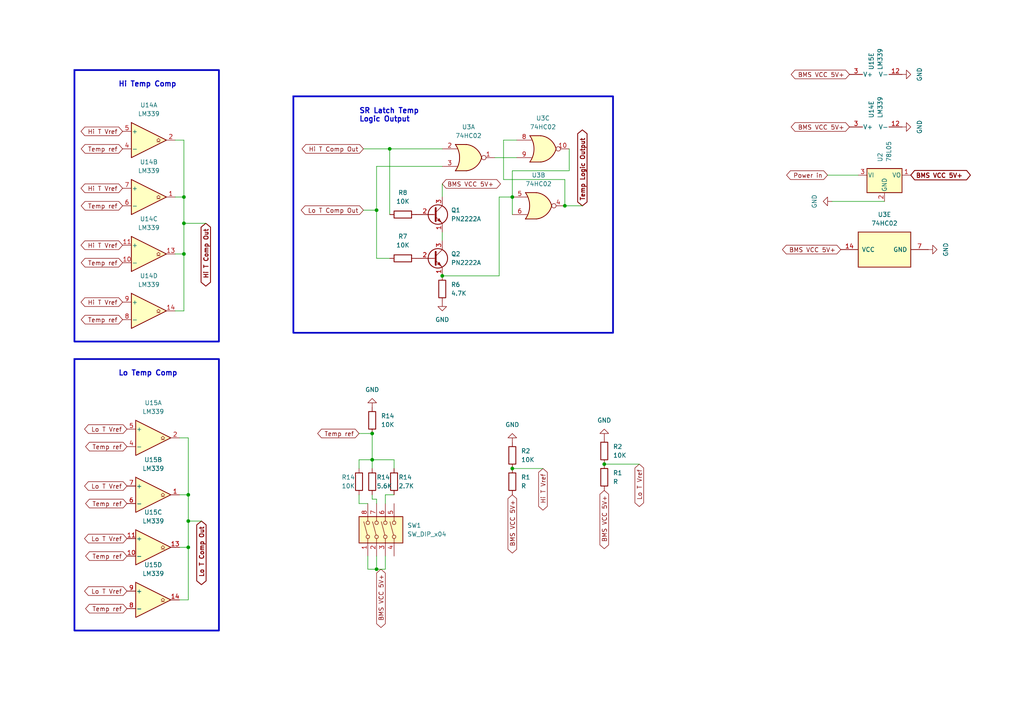
<source format=kicad_sch>
(kicad_sch (version 20230121) (generator eeschema)
  (paper "A4")
  (lib_symbols
    (symbol "74xx:74HC02" (pin_names (offset 1.016))
      (property "Reference" "U" (at 0 1.27 0))
      (property "Value" "74HC02" (at 0 -1.27 0))
      (symbol "74HC02_1_1"
        (arc (start -3.81 -3.81) (mid -2.589 0) (end -3.81 3.81) (stroke (width 0.254)))
        (arc (start -0.6096 -3.81) (mid 2.1842 -2.5851) (end 3.81 0) (stroke (width 0.254)) (fill (type background)))
        (polyline (pts (xy -3.81 -3.81) (xy -0.635 -3.81)) (stroke (width 0.254)) (fill (type background)))
        (polyline (pts (xy -3.81 3.81) (xy -0.635 3.81)) (stroke (width 0.254)) (fill (type background)))
        (polyline (pts (xy -0.635 3.81) (xy -3.81 3.81) (xy -3.81 3.81) (xy -3.556 3.4036) (xy -3.0226 2.2606) (xy -2.6924 1.0414) (xy -2.6162 -0.254) (xy -2.7686 -1.4986) (xy -3.175 -2.7178) (xy -3.81 -3.81) (xy -3.81 -3.81) (xy -0.635 -3.81)) (stroke (width -25.4)) (fill (type background)))
        (arc (start 3.81 0) (mid 2.1915 2.5936) (end -0.6096 3.81) (stroke (width 0.254)) (fill (type background)))
        (pin output inverted (at 7.62 0 180) (length 3.81) (name "~") (number "1"))
        (pin input line (at -7.62 2.54 0) (length 4.318) (name "~") (number "2"))
        (pin input line (at -7.62 -2.54 0) (length 4.318) (name "~") (number "3"))
      )
      (symbol "74HC02_1_2"
        (arc (start 0 -3.81) (mid 3.7934 0) (end 0 3.81) (stroke (width 0.254)) (fill (type background)))
        (polyline (pts (xy 0 3.81) (xy -3.81 3.81) (xy -3.81 -3.81) (xy 0 -3.81)) (stroke (width 0.254)) (fill (type background)))
        (pin output line (at 7.62 0 180) (length 3.81) (name "~") (number "1"))
        (pin input inverted (at -7.62 2.54 0) (length 3.81) (name "~") (number "2"))
        (pin input inverted (at -7.62 -2.54 0) (length 3.81) (name "~") (number "3"))
      )
      (symbol "74HC02_2_1"
        (arc (start -3.81 -3.81) (mid -2.589 0) (end -3.81 3.81) (stroke (width 0.254)))
        (arc (start -0.6096 -3.81) (mid 2.1842 -2.5851) (end 3.81 0) (stroke (width 0.254)) (fill (type background)))
        (polyline (pts (xy -3.81 -3.81) (xy -0.635 -3.81)) (stroke (width 0.254)) (fill (type background)))
        (polyline (pts (xy -3.81 3.81) (xy -0.635 3.81)) (stroke (width 0.254)) (fill (type background)))
        (polyline (pts (xy -0.635 3.81) (xy -3.81 3.81) (xy -3.81 3.81) (xy -3.556 3.4036) (xy -3.0226 2.2606) (xy -2.6924 1.0414) (xy -2.6162 -0.254) (xy -2.7686 -1.4986) (xy -3.175 -2.7178) (xy -3.81 -3.81) (xy -3.81 -3.81) (xy -0.635 -3.81)) (stroke (width -25.4)) (fill (type background)))
        (arc (start 3.81 0) (mid 2.1915 2.5936) (end -0.6096 3.81) (stroke (width 0.254)) (fill (type background)))
        (pin output inverted (at 7.62 0 180) (length 3.81) (name "~") (number "4"))
        (pin input line (at -7.62 2.54 0) (length 4.318) (name "~") (number "5"))
        (pin input line (at -7.62 -2.54 0) (length 4.318) (name "~") (number "6"))
      )
      (symbol "74HC02_2_2"
        (arc (start 0 -3.81) (mid 3.7934 0) (end 0 3.81) (stroke (width 0.254)) (fill (type background)))
        (polyline (pts (xy 0 3.81) (xy -3.81 3.81) (xy -3.81 -3.81) (xy 0 -3.81)) (stroke (width 0.254)) (fill (type background)))
        (pin output line (at 7.62 0 180) (length 3.81) (name "~") (number "4"))
        (pin input inverted (at -7.62 2.54 0) (length 3.81) (name "~") (number "5"))
        (pin input inverted (at -7.62 -2.54 0) (length 3.81) (name "~") (number "6"))
      )
      (symbol "74HC02_3_1"
        (arc (start -3.81 -3.81) (mid -2.589 0) (end -3.81 3.81) (stroke (width 0.254)))
        (arc (start -0.6096 -3.81) (mid 2.1842 -2.5851) (end 3.81 0) (stroke (width 0.254)) (fill (type background)))
        (polyline (pts (xy -3.81 -3.81) (xy -0.635 -3.81)) (stroke (width 0.254)) (fill (type background)))
        (polyline (pts (xy -3.81 3.81) (xy -0.635 3.81)) (stroke (width 0.254)) (fill (type background)))
        (polyline (pts (xy -0.635 3.81) (xy -3.81 3.81) (xy -3.81 3.81) (xy -3.556 3.4036) (xy -3.0226 2.2606) (xy -2.6924 1.0414) (xy -2.6162 -0.254) (xy -2.7686 -1.4986) (xy -3.175 -2.7178) (xy -3.81 -3.81) (xy -3.81 -3.81) (xy -0.635 -3.81)) (stroke (width -25.4)) (fill (type background)))
        (arc (start 3.81 0) (mid 2.1915 2.5936) (end -0.6096 3.81) (stroke (width 0.254)) (fill (type background)))
        (pin output inverted (at 7.62 0 180) (length 3.81) (name "~") (number "10"))
        (pin input line (at -7.62 2.54 0) (length 4.318) (name "~") (number "8"))
        (pin input line (at -7.62 -2.54 0) (length 4.318) (name "~") (number "9"))
      )
      (symbol "74HC02_3_2"
        (arc (start 0 -3.81) (mid 3.7934 0) (end 0 3.81) (stroke (width 0.254)) (fill (type background)))
        (polyline (pts (xy 0 3.81) (xy -3.81 3.81) (xy -3.81 -3.81) (xy 0 -3.81)) (stroke (width 0.254)) (fill (type background)))
        (pin output line (at 7.62 0 180) (length 3.81) (name "~") (number "10"))
        (pin input inverted (at -7.62 2.54 0) (length 3.81) (name "~") (number "8"))
        (pin input inverted (at -7.62 -2.54 0) (length 3.81) (name "~") (number "9"))
      )
      (symbol "74HC02_4_1"
        (arc (start -3.81 -3.81) (mid -2.589 0) (end -3.81 3.81) (stroke (width 0.254)))
        (arc (start -0.6096 -3.81) (mid 2.1842 -2.5851) (end 3.81 0) (stroke (width 0.254)) (fill (type background)))
        (polyline (pts (xy -3.81 -3.81) (xy -0.635 -3.81)) (stroke (width 0.254)) (fill (type background)))
        (polyline (pts (xy -3.81 3.81) (xy -0.635 3.81)) (stroke (width 0.254)) (fill (type background)))
        (polyline (pts (xy -0.635 3.81) (xy -3.81 3.81) (xy -3.81 3.81) (xy -3.556 3.4036) (xy -3.0226 2.2606) (xy -2.6924 1.0414) (xy -2.6162 -0.254) (xy -2.7686 -1.4986) (xy -3.175 -2.7178) (xy -3.81 -3.81) (xy -3.81 -3.81) (xy -0.635 -3.81)) (stroke (width -25.4)) (fill (type background)))
        (arc (start 3.81 0) (mid 2.1915 2.5936) (end -0.6096 3.81) (stroke (width 0.254)) (fill (type background)))
        (pin input line (at -7.62 2.54 0) (length 4.318) (name "~") (number "11"))
        (pin input line (at -7.62 -2.54 0) (length 4.318) (name "~") (number "12"))
        (pin output inverted (at 7.62 0 180) (length 3.81) (name "~") (number "13"))
      )
      (symbol "74HC02_4_2"
        (arc (start 0 -3.81) (mid 3.7934 0) (end 0 3.81) (stroke (width 0.254)) (fill (type background)))
        (polyline (pts (xy 0 3.81) (xy -3.81 3.81) (xy -3.81 -3.81) (xy 0 -3.81)) (stroke (width 0.254)) (fill (type background)))
        (pin input inverted (at -7.62 2.54 0) (length 3.81) (name "~") (number "11"))
        (pin input inverted (at -7.62 -2.54 0) (length 3.81) (name "~") (number "12"))
        (pin output line (at 7.62 0 180) (length 3.81) (name "~") (number "13"))
      )
      (symbol "74HC02_5_0"
        (pin power_in line (at 0 12.7 270) (length 5.08) (name "VCC") (number "14"))
        (pin power_in line (at 0 -12.7 90) (length 5.08) (name "GND") (number "7"))
      )
      (symbol "74HC02_5_1"
        (rectangle (start -5.08 7.62) (end 5.08 -7.62) (stroke (width 0.254)) (fill (type background)))
      )
    )
    (symbol "Comparator:LM339" (pin_names (offset 0.127))
      (property "Reference" "U" (at 0 5.08 0))
      (property "Value" "LM339" (at 0 -5.08 0))
      (symbol "LM339_1_1"
        (polyline (pts (xy -5.08 5.08) (xy 5.08 0) (xy -5.08 -5.08) (xy -5.08 5.08)) (stroke (width 0.254)) (fill (type background)))
        (polyline (pts (xy 3.302 -0.508) (xy 2.794 -0.508) (xy 3.302 0) (xy 2.794 0.508) (xy 2.286 0) (xy 2.794 -0.508) (xy 2.286 -0.508)) (stroke (width 0.127)))
        (pin open_collector line (at 7.62 0 180) (length 2.54) (name "~") (number "2"))
        (pin input line (at -7.62 -2.54 0) (length 2.54) (name "-") (number "4"))
        (pin input line (at -7.62 2.54 0) (length 2.54) (name "+") (number "5"))
      )
      (symbol "LM339_2_1"
        (polyline (pts (xy -5.08 5.08) (xy 5.08 0) (xy -5.08 -5.08) (xy -5.08 5.08)) (stroke (width 0.254)) (fill (type background)))
        (polyline (pts (xy 3.302 -0.508) (xy 2.794 -0.508) (xy 3.302 0) (xy 2.794 0.508) (xy 2.286 0) (xy 2.794 -0.508) (xy 2.286 -0.508)) (stroke (width 0.127)))
        (pin open_collector line (at 7.62 0 180) (length 2.54) (name "~") (number "1"))
        (pin input line (at -7.62 -2.54 0) (length 2.54) (name "-") (number "6"))
        (pin input line (at -7.62 2.54 0) (length 2.54) (name "+") (number "7"))
      )
      (symbol "LM339_3_1"
        (polyline (pts (xy -5.08 5.08) (xy 5.08 0) (xy -5.08 -5.08) (xy -5.08 5.08)) (stroke (width 0.254)) (fill (type background)))
        (polyline (pts (xy 3.302 -0.508) (xy 2.794 -0.508) (xy 3.302 0) (xy 2.794 0.508) (xy 2.286 0) (xy 2.794 -0.508) (xy 2.286 -0.508)) (stroke (width 0.127)))
        (pin input line (at -7.62 -2.54 0) (length 2.54) (name "-") (number "10"))
        (pin input line (at -7.62 2.54 0) (length 2.54) (name "+") (number "11"))
        (pin open_collector line (at 7.62 0 180) (length 2.54) (name "~") (number "13"))
      )
      (symbol "LM339_4_1"
        (polyline (pts (xy -5.08 5.08) (xy 5.08 0) (xy -5.08 -5.08) (xy -5.08 5.08)) (stroke (width 0.254)) (fill (type background)))
        (polyline (pts (xy 3.302 -0.508) (xy 2.794 -0.508) (xy 3.302 0) (xy 2.794 0.508) (xy 2.286 0) (xy 2.794 -0.508) (xy 2.286 -0.508)) (stroke (width 0.127)))
        (pin open_collector line (at 7.62 0 180) (length 2.54) (name "~") (number "14"))
        (pin input line (at -7.62 -2.54 0) (length 2.54) (name "-") (number "8"))
        (pin input line (at -7.62 2.54 0) (length 2.54) (name "+") (number "9"))
      )
      (symbol "LM339_5_1"
        (pin power_in line (at -2.54 -7.62 90) (length 3.81) (name "V-") (number "12"))
        (pin power_in line (at -2.54 7.62 270) (length 3.81) (name "V+") (number "3"))
      )
    )
    (symbol "Device:R" (pin_numbers hide) (pin_names (offset 0))
      (property "Reference" "R" (at 2.032 0 90))
      (property "Value" "R" (at 0 0 90))
      (symbol "R_0_1"
        (rectangle (start -1.016 -2.54) (end 1.016 2.54) (stroke (width 0.254)))
      )
      (symbol "R_1_1"
        (pin passive line (at 0 3.81 270) (length 1.27) (name "~") (number "1"))
        (pin passive line (at 0 -3.81 90) (length 1.27) (name "~") (number "2"))
      )
    )
    (symbol "Regulator_Linear:MC78L05_TO92" (pin_names (offset 0.254))
      (property "Reference" "U" (at -3.81 3.175 0))
      (property "Value" "MC78L05_TO92" (at 0 3.175 0))
      (symbol "MC78L05_TO92_0_1"
        (rectangle (start -5.08 -5.08) (end 5.08 1.905) (stroke (width 0.254)) (fill (type background)))
      )
      (symbol "MC78L05_TO92_1_1"
        (pin power_out line (at 7.62 0 180) (length 2.54) (name "VO") (number "1"))
        (pin power_in line (at 0 -7.62 90) (length 2.54) (name "GND") (number "2"))
        (pin power_in line (at -7.62 0 0) (length 2.54) (name "VI") (number "3"))
      )
    )
    (symbol "Switch:SW_DIP_x04" (pin_names (offset 0) hide)
      (property "Reference" "SW" (at 0 8.89 0))
      (property "Value" "SW_DIP_x04" (at 0 -6.35 0))
      (symbol "SW_DIP_x04_0_0"
        (circle (center -2.032 -2.54) (radius 0.508))
        (circle (center -2.032 0) (radius 0.508))
        (circle (center -2.032 2.54) (radius 0.508))
        (circle (center -2.032 5.08) (radius 0.508))
        (polyline (pts (xy -1.524 -2.3876) (xy 2.3622 -1.3462)))
        (polyline (pts (xy -1.524 0.127) (xy 2.3622 1.1684)))
        (polyline (pts (xy -1.524 2.667) (xy 2.3622 3.7084)))
        (polyline (pts (xy -1.524 5.207) (xy 2.3622 6.2484)))
        (circle (center 2.032 -2.54) (radius 0.508))
        (circle (center 2.032 0) (radius 0.508))
        (circle (center 2.032 2.54) (radius 0.508))
        (circle (center 2.032 5.08) (radius 0.508))
      )
      (symbol "SW_DIP_x04_0_1"
        (rectangle (start -3.81 7.62) (end 3.81 -5.08) (stroke (width 0.254)) (fill (type background)))
      )
      (symbol "SW_DIP_x04_1_1"
        (pin passive line (at -7.62 5.08 0) (length 5.08) (name "~") (number "1"))
        (pin passive line (at -7.62 2.54 0) (length 5.08) (name "~") (number "2"))
        (pin passive line (at -7.62 0 0) (length 5.08) (name "~") (number "3"))
        (pin passive line (at -7.62 -2.54 0) (length 5.08) (name "~") (number "4"))
        (pin passive line (at 7.62 -2.54 180) (length 5.08) (name "~") (number "5"))
        (pin passive line (at 7.62 0 180) (length 5.08) (name "~") (number "6"))
        (pin passive line (at 7.62 2.54 180) (length 5.08) (name "~") (number "7"))
        (pin passive line (at 7.62 5.08 180) (length 5.08) (name "~") (number "8"))
      )
    )
    (symbol "Transistor_BJT:PN2222A" (pin_names (offset 0) hide)
      (property "Reference" "Q" (at 5.08 1.905 0))
      (property "Value" "PN2222A" (at 5.08 0 0))
      (symbol "PN2222A_0_1"
        (polyline (pts (xy 0 0) (xy 0.635 0)))
        (polyline (pts (xy 2.54 -2.54) (xy 0.635 -0.635)))
        (polyline (pts (xy 2.54 2.54) (xy 0.635 0.635)))
        (polyline (pts (xy 0.635 1.905) (xy 0.635 -1.905) (xy 0.635 -1.905)) (stroke (width 0.508)))
        (polyline (pts (xy 2.413 -2.413) (xy 1.905 -1.905) (xy 1.905 -1.905)))
        (polyline (pts (xy 1.143 -1.651) (xy 1.651 -1.143) (xy 2.159 -2.159) (xy 1.143 -1.651) (xy 1.143 -1.651)) (fill (type outline)))
        (circle (center 1.27 0) (radius 2.8194) (stroke (width 0.254)))
      )
      (symbol "PN2222A_1_1"
        (pin passive line (at 2.54 -5.08 90) (length 2.54) (name "E") (number "1"))
        (pin input line (at -5.08 0 0) (length 5.08) (name "B") (number "2"))
        (pin passive line (at 2.54 5.08 270) (length 2.54) (name "C") (number "3"))
      )
    )
    (symbol "power:GND" (power) (pin_names (offset 0))
      (property "Value" "GND" (at 0 -3.81 0))
      (symbol "GND_0_1"
        (polyline (pts (xy 0 0) (xy 0 -1.27) (xy 1.27 -1.27) (xy 0 -2.54) (xy -1.27 -1.27) (xy 0 -1.27)))
      )
      (symbol "GND_1_1"
        (pin power_in line (at 0 0 270) (length 0) hide (name "GND") (number "1"))
      )
    )
  )
  (junction (at 53.34 64.77))
  (junction (at 109.22 165.1))
  (junction (at 163.83 59.69))
  (junction (at 107.95 125.73))
  (junction (at 148.59 135.89))
  (junction (at 54.61 143.51))
  (junction (at 107.95 133.35))
  (junction (at 128.27 80.01))
  (junction (at 109.22 60.96))
  (junction (at 53.34 73.66))
  (junction (at 53.34 57.15))
  (junction (at 54.61 151.13))
  (junction (at 148.59 57.15))
  (junction (at 175.26 134.62))
  (junction (at 113.03 43.18))
  (junction (at 54.61 158.75))
  (wire (pts (xy 241.3 58.42) (xy 256.54 58.42)))
  (wire (pts (xy 148.59 49.53) (xy 148.59 57.15)))
  (wire (pts (xy 107.95 144.78) (xy 109.22 144.78)))
  (wire (pts (xy 113.03 43.18) (xy 113.03 62.23)))
  (wire (pts (xy 52.07 158.75) (xy 54.61 158.75)))
  (wire (pts (xy 52.07 143.51) (xy 54.61 143.51)))
  (wire (pts (xy 54.61 151.13) (xy 54.61 143.51)))
  (wire (pts (xy 107.95 133.35) (xy 107.95 135.89)))
  (wire (pts (xy 104.14 133.35) (xy 104.14 135.89)))
  (wire (pts (xy 54.61 151.13) (xy 58.42 151.13)))
  (wire (pts (xy 54.61 143.51) (xy 54.61 127)))
  (wire (pts (xy 105.41 60.96) (xy 109.22 60.96)))
  (wire (pts (xy 107.95 133.35) (xy 104.14 133.35)))
  (wire (pts (xy 104.14 125.73) (xy 107.95 125.73)))
  (wire (pts (xy 109.22 48.26) (xy 109.22 60.96)))
  (wire (pts (xy 148.59 135.89) (xy 157.48 135.89)))
  (wire (pts (xy 144.78 80.01) (xy 128.27 80.01)))
  (wire (pts (xy 146.05 40.64) (xy 149.86 40.64)))
  (wire (pts (xy 111.76 143.51) (xy 111.76 146.05)))
  (wire (pts (xy 109.22 161.29) (xy 109.22 165.1)))
  (wire (pts (xy 109.22 165.1) (xy 111.76 165.1)))
  (wire (pts (xy 165.1 49.53) (xy 165.1 43.18)))
  (wire (pts (xy 109.22 165.1) (xy 106.68 165.1)))
  (wire (pts (xy 109.22 74.93) (xy 113.03 74.93)))
  (wire (pts (xy 50.8 57.15) (xy 53.34 57.15)))
  (wire (pts (xy 105.41 43.18) (xy 113.03 43.18)))
  (wire (pts (xy 52.07 173.99) (xy 54.61 173.99)))
  (wire (pts (xy 53.34 40.64) (xy 53.34 57.15)))
  (wire (pts (xy 50.8 90.17) (xy 53.34 90.17)))
  (wire (pts (xy 50.8 73.66) (xy 53.34 73.66)))
  (wire (pts (xy 128.27 53.34) (xy 128.27 57.15)))
  (wire (pts (xy 53.34 73.66) (xy 53.34 90.17)))
  (wire (pts (xy 53.34 64.77) (xy 53.34 73.66)))
  (wire (pts (xy 107.95 133.35) (xy 114.3 133.35)))
  (wire (pts (xy 54.61 173.99) (xy 54.61 158.75)))
  (wire (pts (xy 128.27 48.26) (xy 109.22 48.26)))
  (wire (pts (xy 146.05 52.07) (xy 146.05 40.64)))
  (wire (pts (xy 54.61 127) (xy 52.07 127)))
  (wire (pts (xy 53.34 64.77) (xy 59.69 64.77)))
  (wire (pts (xy 175.26 134.62) (xy 185.42 134.62)))
  (wire (pts (xy 163.83 59.69) (xy 168.91 59.69)))
  (wire (pts (xy 109.22 144.78) (xy 109.22 146.05)))
  (wire (pts (xy 114.3 143.51) (xy 111.76 143.51)))
  (wire (pts (xy 111.76 165.1) (xy 111.76 161.29)))
  (wire (pts (xy 113.03 43.18) (xy 128.27 43.18)))
  (wire (pts (xy 148.59 49.53) (xy 165.1 49.53)))
  (wire (pts (xy 109.22 60.96) (xy 109.22 74.93)))
  (wire (pts (xy 128.27 67.31) (xy 128.27 69.85)))
  (wire (pts (xy 104.14 146.05) (xy 104.14 143.51)))
  (wire (pts (xy 53.34 57.15) (xy 53.34 64.77)))
  (wire (pts (xy 143.51 45.72) (xy 149.86 45.72)))
  (wire (pts (xy 144.78 57.15) (xy 144.78 80.01)))
  (wire (pts (xy 50.8 40.64) (xy 53.34 40.64)))
  (wire (pts (xy 107.95 143.51) (xy 107.95 144.78)))
  (wire (pts (xy 240.03 50.8) (xy 248.92 50.8)))
  (wire (pts (xy 163.83 52.07) (xy 146.05 52.07)))
  (wire (pts (xy 106.68 161.29) (xy 106.68 165.1)))
  (wire (pts (xy 144.78 57.15) (xy 148.59 57.15)))
  (wire (pts (xy 114.3 135.89) (xy 114.3 133.35)))
  (wire (pts (xy 107.95 133.35) (xy 107.95 125.73)))
  (wire (pts (xy 106.68 146.05) (xy 104.14 146.05)))
  (wire (pts (xy 54.61 158.75) (xy 54.61 151.13)))
  (wire (pts (xy 148.59 57.15) (xy 148.59 62.23)))
  (wire (pts (xy 163.83 59.69) (xy 163.83 52.07)))
  (rectangle (start 21.59 20.32) (end 63.5 99.06) (stroke (width 0.5)))
  (rectangle (start 21.59 104.14) (end 63.5 182.88) (stroke (width 0.5)))
  (rectangle (start 85.09 27.94) (end 177.8 96.52) (stroke (width 0.5)))
  (text "SR Latch Temp \nLogic Output" (at 104.14 35.56 0) (effects (font (size 1.5 1.5) bold) (justify left bottom)))
  (text "Hi Temp Comp\n" (at 34.29 25.4 0) (effects (font (size 1.5 1.5) (thickness 0.3) bold) (justify left bottom)))
  (text "Lo Temp Comp\n" (at 34.29 109.22 0) (effects (font (size 1.5 1.5) (thickness 0.3) bold) (justify left bottom)))
  (global_label "BMS VCC 5V+" (shape bidirectional) (at 175.26 142.24 270) (property "Intersheetrefs" "${INTERSHEET_REFS}" (effects hide)))
  (global_label "Temp ref" (shape bidirectional) (at 35.56 76.2 180) (property "Intersheetrefs" "${INTERSHEET_REFS}" (effects hide)))
  (global_label "Hi T Vref" (shape bidirectional) (at 35.56 54.61 180) (property "Intersheetrefs" "${INTERSHEET_REFS}" (effects hide)))
  (global_label "Lo T Vref" (shape bidirectional) (at 36.83 124.46 180) (property "Intersheetrefs" "${INTERSHEET_REFS}" (effects hide)))
  (global_label "Lo T Vref" (shape bidirectional) (at 185.42 134.62 270) (property "Intersheetrefs" "${INTERSHEET_REFS}" (effects hide)))
  (global_label "Temp ref" (shape bidirectional) (at 36.83 176.53 180) (property "Intersheetrefs" "${INTERSHEET_REFS}" (effects hide)))
  (global_label "Temp ref" (shape bidirectional) (at 36.83 161.29 180) (property "Intersheetrefs" "${INTERSHEET_REFS}" (effects hide)))
  (global_label "Lo T Comp Out" (shape bidirectional) (at 58.42 151.13 270) (effects (font (thickness 0.254) bold)) (property "Intersheetrefs" "${INTERSHEET_REFS}" (effects hide)))
  (global_label "BMS VCC 5V+" (shape bidirectional) (at 243.84 72.39 180) (property "Intersheetrefs" "${INTERSHEET_REFS}" (effects hide)))
  (global_label "Lo T Vref" (shape bidirectional) (at 36.83 171.45 180) (property "Intersheetrefs" "${INTERSHEET_REFS}" (effects hide)))
  (global_label "BMS VCC 5V+" (shape bidirectional) (at 246.38 36.83 180) (property "Intersheetrefs" "${INTERSHEET_REFS}" (effects hide)))
  (global_label "Temp ref" (shape bidirectional) (at 35.56 43.18 180) (property "Intersheetrefs" "${INTERSHEET_REFS}" (effects hide)))
  (global_label "Hi T Comp Out" (shape bidirectional) (at 59.69 64.77 270) (effects (font (thickness 0.254) bold)) (property "Intersheetrefs" "${INTERSHEET_REFS}" (effects hide)))
  (global_label "Temp Logic Output" (shape bidirectional) (at 168.91 59.69 90) (effects (font (thickness 0.254) bold)) (property "Intersheetrefs" "${INTERSHEET_REFS}" (effects hide)))
  (global_label "Lo T Vref" (shape bidirectional) (at 36.83 156.21 180) (property "Intersheetrefs" "${INTERSHEET_REFS}" (effects hide)))
  (global_label "BMS VCC 5V+" (shape bidirectional) (at 246.38 21.59 180) (property "Intersheetrefs" "${INTERSHEET_REFS}" (effects hide)))
  (global_label "Hi T Comp Out" (shape bidirectional) (at 105.41 43.18 180) (property "Intersheetrefs" "${INTERSHEET_REFS}" (effects hide)))
  (global_label "BMS VCC 5V+" (shape bidirectional) (at 128.27 53.34 0) (property "Intersheetrefs" "${INTERSHEET_REFS}" (effects hide)))
  (global_label "Lo T Vref" (shape bidirectional) (at 36.83 140.97 180) (property "Intersheetrefs" "${INTERSHEET_REFS}" (effects hide)))
  (global_label "Temp ref" (shape bidirectional) (at 36.83 146.05 180) (property "Intersheetrefs" "${INTERSHEET_REFS}" (effects hide)))
  (global_label "Hi T Vref" (shape bidirectional) (at 35.56 38.1 180) (property "Intersheetrefs" "${INTERSHEET_REFS}" (effects hide)))
  (global_label "BMS VCC 5V+" (shape bidirectional) (at 148.59 143.51 270) (property "Intersheetrefs" "${INTERSHEET_REFS}" (effects hide)))
  (global_label "Temp ref" (shape bidirectional) (at 36.83 129.54 180) (property "Intersheetrefs" "${INTERSHEET_REFS}" (effects hide)))
  (global_label "Hi T Vref" (shape bidirectional) (at 35.56 87.63 180) (property "Intersheetrefs" "${INTERSHEET_REFS}" (effects hide)))
  (global_label "Hi T Vref" (shape bidirectional) (at 157.48 135.89 270) (property "Intersheetrefs" "${INTERSHEET_REFS}" (effects hide)))
  (global_label "Hi T Vref" (shape bidirectional) (at 35.56 71.12 180) (property "Intersheetrefs" "${INTERSHEET_REFS}" (effects hide)))
  (global_label "BMS VCC 5V+" (shape bidirectional) (at 264.16 50.8 0) (effects (font (thickness 0.254) bold)) (property "Intersheetrefs" "${INTERSHEET_REFS}" (effects hide)))
  (global_label "Temp ref" (shape bidirectional) (at 35.56 59.69 180) (property "Intersheetrefs" "${INTERSHEET_REFS}" (effects hide)))
  (global_label "Power in" (shape bidirectional) (at 240.03 50.8 180) (property "Intersheetrefs" "${INTERSHEET_REFS}" (effects hide)))
  (global_label "Lo T Comp Out" (shape bidirectional) (at 105.41 60.96 180) (property "Intersheetrefs" "${INTERSHEET_REFS}" (effects hide)))
  (global_label "Temp ref" (shape bidirectional) (at 104.14 125.73 180) (property "Intersheetrefs" "${INTERSHEET_REFS}" (effects hide)))
  (global_label "Temp ref" (shape bidirectional) (at 35.56 92.71 180) (property "Intersheetrefs" "${INTERSHEET_REFS}" (effects hide)))
  (global_label "BMS VCC 5V+" (shape bidirectional) (at 110.49 165.1 270) (property "Intersheetrefs" "${INTERSHEET_REFS}" (effects hide)))
  (symbol (lib_id "power:GND") (at 175.26 127 180) (unit 1)
    (property "Reference" "#PWR09" (effects hide))
    (property "Value" "GND" (at 175.26 121.92 0))
    (instances (project "BMS" (path "" (reference "#PWR09") (unit 1)) (path "" (reference "#PWR034") (unit 1))) (project "BMS section one test pcb" (path "" (reference "#PWR09") (unit 1)) (path "" (reference "#PWR022") (unit 1))))
  )
  (symbol (lib_id "Device:R") (at 148.59 139.7 0) (unit 1)
    (property "Reference" "R1" (at 151.13 138.43 0) (effects (justify left)))
    (property "Value" "R" (at 151.13 140.97 0) (effects (justify left)))
    (property "Footprint" "Resistor_SMD:R_1206_3216Metric" (effects hide))
    (instances (project "BMS" (path "" (reference "R1") (unit 1)) (path "" (reference "R6") (unit 1))) (project "BMS section one test pcb" (path "" (reference "R1") (unit 1)) (path "" (reference "R23") (unit 1))))
  )
  (symbol (lib_id "Comparator:LM339") (at 43.18 57.15 0) (unit 2)
    (property "Reference" "U14" (at 43.18 46.99 0))
    (property "Value" "LM339" (at 43.18 49.53 0))
    (property "Footprint" "Charging module:lm339n THT" (effects hide))
    (property "Datasheet" "https://www.st.com/resource/en/datasheet/lm139.pdf" (effects hide))
    (instances (project "BMS" (path "" (reference "U14") (unit 2)) (path "" (reference "U14") (unit 2))) (project "BMS section one test pcb" (path "" (reference "U14") (unit 2)) (path "" (reference "U14") (unit 2)) (path "" (reference "U13") (unit 2))))
  )
  (symbol (lib_id "Device:R") (at 107.95 121.92 0) (unit 1)
    (property "Reference" "R14" (at 110.49 120.65 0) (effects (justify left)))
    (property "Value" "10K" (at 110.49 123.19 0) (effects (justify left)))
    (property "Footprint" "Resistor_SMD:R_1206_3216Metric" (effects hide))
    (instances (project "BMS" (path "" (reference "R14") (unit 1)) (path "" (reference "R14") (unit 1)) (path "" (reference "R1") (unit 1))) (project "BMS section one test pcb" (path "" (reference "R14") (unit 1)) (path "" (reference "R18") (unit 1))))
  )
  (symbol (lib_id "74xx:74HC02") (at 156.21 59.69 0) (unit 2)
    (property "Reference" "U3" (at 156.21 50.8 0))
    (property "Value" "74HC02" (at 156.21 53.34 0))
    (property "Footprint" "Package_DIP:DIP-14_W7.62mm" (effects hide))
    (property "Datasheet" "http://www.ti.com/lit/gpn/sn74hc02" (effects hide))
    (instances (project "BMS" (path "" (reference "U3") (unit 2)) (path "" (reference "U16") (unit 2))) (project "BMS section one test pcb" (path "" (reference "U3") (unit 2)) (path "" (reference "U17") (unit 2))))
  )
  (symbol (lib_id "74xx:74HC02") (at 157.48 43.18 0) (unit 3)
    (property "Reference" "U3" (at 157.48 34.29 0))
    (property "Value" "74HC02" (at 157.48 36.83 0))
    (property "Footprint" "Package_DIP:DIP-14_W7.62mm" (effects hide))
    (property "Datasheet" "http://www.ti.com/lit/gpn/sn74hc02" (effects hide))
    (instances (project "BMS" (path "" (reference "U3") (unit 3)) (path "" (reference "U16") (unit 3))) (project "BMS section one test pcb" (path "" (reference "U3") (unit 3)) (path "" (reference "U17") (unit 3))))
  )
  (symbol (lib_id "power:GND") (at 107.95 118.11 180) (unit 1)
    (property "Reference" "#PWR010" (effects hide))
    (property "Value" "GND" (at 107.95 113.03 0))
    (instances (project "BMS" (path "" (reference "#PWR010") (unit 1)) (path "" (reference "#PWR010") (unit 1)) (path "" (reference "#PWR010") (unit 1))) (project "BMS section one test pcb" (path "" (reference "#PWR010") (unit 1)) (path "" (reference "#PWR013") (unit 1))))
  )
  (symbol (lib_id "Device:R") (at 116.84 62.23 90) (unit 1)
    (property "Reference" "R8" (at 116.84 55.88 90))
    (property "Value" "10K" (at 116.84 58.42 90))
    (property "Footprint" "Resistor_SMD:R_1206_3216Metric" (effects hide))
    (instances (project "BMS" (path "" (reference "R8") (unit 1)) (path "" (reference "R13") (unit 1))) (project "BMS section one test pcb" (path "" (reference "R8") (unit 1)) (path "" (reference "R15") (unit 1))))
  )
  (symbol (lib_id "power:GND") (at 241.3 58.42 270) (unit 1)
    (property "Reference" "#PWR01" (effects hide))
    (property "Value" "GND" (at 236.22 58.42 0))
    (instances (project "BMS" (path "" (reference "#PWR01") (unit 1)) (path "" (reference "#PWR01") (unit 1))) (project "BMS section one test pcb" (path "" (reference "#PWR01") (unit 1)) (path "" (reference "#PWR04") (unit 1))))
  )
  (symbol (lib_id "Transistor_BJT:PN2222A") (at 125.73 74.93 0) (unit 1)
    (property "Reference" "Q2" (at 130.81 73.66 0) (effects (justify left)))
    (property "Value" "PN2222A" (at 130.81 76.2 0) (effects (justify left)))
    (property "Footprint" "Package_TO_SOT_THT:TO-92_Inline" (effects hide))
    (property "Datasheet" "https://www.onsemi.com/pub/Collateral/PN2222-D.PDF" (effects hide))
    (instances (project "BMS" (path "" (reference "Q2") (unit 1)) (path "" (reference "Q11") (unit 1))) (project "BMS section one test pcb" (path "" (reference "Q2") (unit 1)) (path "" (reference "Q11") (unit 1))))
  )
  (symbol (lib_id "Comparator:LM339") (at 44.45 158.75 0) (unit 3)
    (property "Reference" "U15" (at 44.45 148.59 0))
    (property "Value" "LM339" (at 44.45 151.13 0))
    (property "Footprint" "Charging module:lm339n THT" (effects hide))
    (property "Datasheet" "https://www.st.com/resource/en/datasheet/lm139.pdf" (effects hide))
    (instances (project "BMS" (path "" (reference "U15") (unit 3))) (project "BMS section one test pcb" (path "" (reference "U15") (unit 3)) (path "" (reference "U15") (unit 3)) (path "" (reference "U16") (unit 3))))
  )
  (symbol (lib_id "Device:R") (at 104.14 139.7 0) (unit 1)
    (property "Reference" "R14" (at 99.06 138.43 0) (effects (justify left)))
    (property "Value" "10K" (at 99.06 140.97 0) (effects (justify left)))
    (property "Footprint" "Resistor_SMD:R_1206_3216Metric" (effects hide))
    (instances (project "BMS" (path "" (reference "R14") (unit 1)) (path "" (reference "R14") (unit 1)) (path "" (reference "R1") (unit 1))) (project "BMS section one test pcb" (path "" (reference "R14") (unit 1)) (path "" (reference "R19") (unit 1))))
  )
  (symbol (lib_id "power:GND") (at 128.27 87.63 0) (unit 1)
    (property "Reference" "#PWR012" (effects hide))
    (property "Value" "GND" (at 128.27 92.71 0))
    (instances (project "BMS" (path "" (reference "#PWR012") (unit 1)) (path "" (reference "#PWR033") (unit 1))) (project "BMS section one test pcb" (path "" (reference "#PWR012") (unit 1)) (path "" (reference "#PWR03") (unit 1))))
  )
  (symbol (lib_id "Device:R") (at 116.84 74.93 90) (unit 1)
    (property "Reference" "R7" (at 116.84 68.58 90))
    (property "Value" "10K" (at 116.84 71.12 90))
    (property "Footprint" "Resistor_SMD:R_1206_3216Metric" (effects hide))
    (instances (project "BMS" (path "" (reference "R7") (unit 1)) (path "" (reference "R14") (unit 1))) (project "BMS section one test pcb" (path "" (reference "R7") (unit 1)) (path "" (reference "R16") (unit 1))))
  )
  (symbol (lib_id "74xx:74HC02") (at 135.89 45.72 0) (unit 1)
    (property "Reference" "U3" (at 135.89 36.83 0))
    (property "Value" "74HC02" (at 135.89 39.37 0))
    (property "Footprint" "Package_DIP:DIP-14_W7.62mm" (effects hide))
    (property "Datasheet" "http://www.ti.com/lit/gpn/sn74hc02" (effects hide))
    (instances (project "BMS" (path "" (reference "U3") (unit 1)) (path "" (reference "U16") (unit 1))) (project "BMS section one test pcb" (path "" (reference "U3") (unit 1)) (path "" (reference "U17") (unit 1))))
  )
  (symbol (lib_id "Switch:SW_DIP_x04") (at 111.76 153.67 90) (unit 1)
    (property "Reference" "SW1" (at 118.11 152.4 90) (effects (justify right)))
    (property "Value" "SW_DIP_x04" (at 118.11 154.94 90) (effects (justify right)))
  )
  (symbol (lib_id "Comparator:LM339") (at 254 19.05 90) (unit 5)
    (property "Reference" "U15" (at 252.73 20.32 0) (effects (justify left)))
    (property "Value" "LM339" (at 255.27 20.32 0) (effects (justify left)))
    (property "Footprint" "Charging module:lm339n THT" (effects hide))
    (property "Datasheet" "https://www.st.com/resource/en/datasheet/lm139.pdf" (effects hide))
    (instances (project "BMS" (path "" (reference "U15") (unit 5)) (path "" (reference "U15") (unit 5))) (project "BMS section one test pcb" (path "" (reference "U15") (unit 5)) (path "" (reference "U13") (unit 5))))
  )
  (symbol (lib_id "Comparator:LM339") (at 43.18 40.64 0) (unit 1)
    (property "Reference" "U14" (at 43.18 30.48 0))
    (property "Value" "LM339" (at 43.18 33.02 0))
    (property "Footprint" "Charging module:lm339n THT" (effects hide))
    (property "Datasheet" "https://www.st.com/resource/en/datasheet/lm139.pdf" (effects hide))
    (instances (project "BMS" (path "" (reference "U14") (unit 1)) (path "" (reference "U14") (unit 1))) (project "BMS section one test pcb" (path "" (reference "U14") (unit 1)) (path "" (reference "U14") (unit 1)) (path "" (reference "U13") (unit 1))))
  )
  (symbol (lib_id "Device:R") (at 107.95 139.7 0) (unit 1)
    (property "Reference" "R14" (at 109.22 138.43 0) (effects (justify left)))
    (property "Value" "5.6K" (at 109.22 140.97 0) (effects (justify left)))
    (property "Footprint" "Resistor_SMD:R_1206_3216Metric" (effects hide))
    (instances (project "BMS" (path "" (reference "R14") (unit 1)) (path "" (reference "R14") (unit 1)) (path "" (reference "R1") (unit 1))) (project "BMS section one test pcb" (path "" (reference "R14") (unit 1)) (path "" (reference "R20") (unit 1))))
  )
  (symbol (lib_id "Transistor_BJT:PN2222A") (at 125.73 62.23 0) (unit 1)
    (property "Reference" "Q1" (at 130.81 60.96 0) (effects (justify left)))
    (property "Value" "PN2222A" (at 130.81 63.5 0) (effects (justify left)))
    (property "Footprint" "Package_TO_SOT_THT:TO-92_Inline" (effects hide))
    (property "Datasheet" "https://www.onsemi.com/pub/Collateral/PN2222-D.PDF" (effects hide))
    (instances (project "BMS" (path "" (reference "Q1") (unit 1)) (path "" (reference "Q10") (unit 1))) (project "BMS section one test pcb" (path "" (reference "Q1") (unit 1)) (path "" (reference "Q10") (unit 1))))
  )
  (symbol (lib_id "Device:R") (at 175.26 130.81 0) (unit 1)
    (property "Reference" "R2" (at 177.8 129.54 0) (effects (justify left)))
    (property "Value" "10K" (at 177.8 132.08 0) (effects (justify left)))
    (property "Footprint" "Resistor_SMD:R_1206_3216Metric" (effects hide))
    (instances (project "BMS" (path "" (reference "R2") (unit 1)) (path "" (reference "R7") (unit 1))) (project "BMS section one test pcb" (path "" (reference "R2") (unit 1)) (path "" (reference "R24") (unit 1))))
  )
  (symbol (lib_id "Device:R") (at 114.3 139.7 0) (unit 1)
    (property "Reference" "R14" (at 115.57 138.43 0) (effects (justify left)))
    (property "Value" "2.7K" (at 115.57 140.97 0) (effects (justify left)))
    (property "Footprint" "Resistor_SMD:R_1206_3216Metric" (effects hide))
    (instances (project "BMS" (path "" (reference "R14") (unit 1)) (path "" (reference "R14") (unit 1)) (path "" (reference "R1") (unit 1))) (project "BMS section one test pcb" (path "" (reference "R14") (unit 1)) (path "" (reference "R21") (unit 1))))
  )
  (symbol (lib_id "Comparator:LM339") (at 44.45 127 0) (unit 1)
    (property "Reference" "U15" (at 44.45 116.84 0))
    (property "Value" "LM339" (at 44.45 119.38 0))
    (property "Footprint" "Charging module:lm339n THT" (effects hide))
    (property "Datasheet" "https://www.st.com/resource/en/datasheet/lm139.pdf" (effects hide))
    (instances (project "BMS" (path "" (reference "U15") (unit 1))) (project "BMS section one test pcb" (path "" (reference "U15") (unit 1)) (path "" (reference "U15") (unit 1)) (path "" (reference "U16") (unit 1))))
  )
  (symbol (lib_id "power:GND") (at 261.62 36.83 90) (unit 1)
    (property "Reference" "#PWR01" (effects hide))
    (property "Value" "GND" (at 266.7 36.83 0))
    (instances (project "BMS" (path "" (reference "#PWR01") (unit 1)) (path "" (reference "#PWR05") (unit 1))) (project "BMS section one test pcb" (path "" (reference "#PWR01") (unit 1)) (path "" (reference "#PWR07") (unit 1))))
  )
  (symbol (lib_id "Regulator_Linear:MC78L05_TO92") (at 256.54 50.8 0) (unit 1)
    (property "Reference" "U2" (at 255.27 46.99 90) (effects (justify left)))
    (property "Value" "78L05" (at 257.81 46.99 90) (effects (justify left)))
    (property "Footprint" "Package_TO_SOT_THT:TO-92_Inline" (effects hide))
    (property "Datasheet" "https://www.onsemi.com/pub/Collateral/MC78L00A-D.PDF" (effects hide))
    (instances (project "BMS" (path "" (reference "U2") (unit 1)) (path "" (reference "U2") (unit 1))) (project "BMS section one test pcb" (path "" (reference "U2") (unit 1)) (path "" (reference "U19") (unit 1))))
  )
  (symbol (lib_id "power:GND") (at 148.59 128.27 180) (unit 1)
    (property "Reference" "#PWR09" (effects hide))
    (property "Value" "GND" (at 148.59 123.19 0))
    (instances (project "BMS" (path "" (reference "#PWR09") (unit 1)) (path "" (reference "#PWR032") (unit 1))) (project "BMS section one test pcb" (path "" (reference "#PWR09") (unit 1)) (path "" (reference "#PWR020") (unit 1))))
  )
  (symbol (lib_id "Comparator:LM339") (at 254 34.29 90) (unit 5)
    (property "Reference" "U14" (at 252.73 34.29 0) (effects (justify left)))
    (property "Value" "LM339" (at 255.27 34.29 0) (effects (justify left)))
    (property "Footprint" "Charging module:lm339n THT" (effects hide))
    (property "Datasheet" "https://www.st.com/resource/en/datasheet/lm139.pdf" (effects hide))
    (instances (project "BMS" (path "" (reference "U14") (unit 5)) (path "" (reference "U14") (unit 5)) (path "" (reference "U14") (unit 5))) (project "BMS section one test pcb" (path "" (reference "U14") (unit 5)) (path "" (reference "U16") (unit 5))))
  )
  (symbol (lib_id "Comparator:LM339") (at 44.45 143.51 0) (unit 2)
    (property "Reference" "U15" (at 44.45 133.35 0))
    (property "Value" "LM339" (at 44.45 135.89 0))
    (property "Footprint" "Charging module:lm339n THT" (effects hide))
    (property "Datasheet" "https://www.st.com/resource/en/datasheet/lm139.pdf" (effects hide))
    (instances (project "BMS" (path "" (reference "U15") (unit 2))) (project "BMS section one test pcb" (path "" (reference "U15") (unit 2)) (path "" (reference "U15") (unit 2)) (path "" (reference "U16") (unit 2))))
  )
  (symbol (lib_id "power:GND") (at 261.62 21.59 90) (unit 1)
    (property "Reference" "#PWR01" (effects hide))
    (property "Value" "GND" (at 266.7 21.59 0))
    (instances (project "BMS" (path "" (reference "#PWR01") (unit 1)) (path "" (reference "#PWR016") (unit 1))) (project "BMS section one test pcb" (path "" (reference "#PWR01") (unit 1)) (path "" (reference "#PWR05") (unit 1))))
  )
  (symbol (lib_id "Comparator:LM339") (at 43.18 90.17 0) (unit 4)
    (property "Reference" "U14" (at 43.18 80.01 0))
    (property "Value" "LM339" (at 43.18 82.55 0))
    (property "Footprint" "Charging module:lm339n THT" (effects hide))
    (property "Datasheet" "https://www.st.com/resource/en/datasheet/lm139.pdf" (effects hide))
    (instances (project "BMS" (path "" (reference "U14") (unit 4)) (path "" (reference "U14") (unit 4))) (project "BMS section one test pcb" (path "" (reference "U14") (unit 4)) (path "" (reference "U14") (unit 4)) (path "" (reference "U13") (unit 4))))
  )
  (symbol (lib_id "74xx:74HC02") (at 256.54 72.39 90) (unit 5)
    (property "Reference" "U3" (at 256.54 62.23 90))
    (property "Value" "74HC02" (at 256.54 64.77 90))
    (property "Footprint" "Package_DIP:DIP-14_W7.62mm" (effects hide))
    (property "Datasheet" "http://www.ti.com/lit/gpn/sn74hc02" (effects hide))
    (instances (project "BMS" (path "" (reference "U3") (unit 5)) (path "" (reference "U16") (unit 5))) (project "BMS section one test pcb" (path "" (reference "U3") (unit 5)) (path "" (reference "U17") (unit 5))))
  )
  (symbol (lib_id "Device:R") (at 175.26 138.43 0) (unit 1)
    (property "Reference" "R1" (at 177.8 137.16 0) (effects (justify left)))
    (property "Value" "R" (at 177.8 139.7 0) (effects (justify left)))
    (property "Footprint" "Resistor_SMD:R_1206_3216Metric" (effects hide))
    (instances (project "BMS" (path "" (reference "R1") (unit 1)) (path "" (reference "R8") (unit 1))) (project "BMS section one test pcb" (path "" (reference "R1") (unit 1)) (path "" (reference "R25") (unit 1))))
  )
  (symbol (lib_id "Comparator:LM339") (at 44.45 173.99 0) (unit 4)
    (property "Reference" "U15" (at 44.45 163.83 0))
    (property "Value" "LM339" (at 44.45 166.37 0))
    (property "Footprint" "Charging module:lm339n THT" (effects hide))
    (property "Datasheet" "https://www.st.com/resource/en/datasheet/lm139.pdf" (effects hide))
    (instances (project "BMS" (path "" (reference "U15") (unit 4))) (project "BMS section one test pcb" (path "" (reference "U15") (unit 4)) (path "" (reference "U15") (unit 4)) (path "" (reference "U16") (unit 4))))
  )
  (symbol (lib_id "Comparator:LM339") (at 43.18 73.66 0) (unit 3)
    (property "Reference" "U14" (at 43.18 63.5 0))
    (property "Value" "LM339" (at 43.18 66.04 0))
    (property "Footprint" "Charging module:lm339n THT" (effects hide))
    (property "Datasheet" "https://www.st.com/resource/en/datasheet/lm139.pdf" (effects hide))
    (instances (project "BMS" (path "" (reference "U14") (unit 3)) (path "" (reference "U14") (unit 3))) (project "BMS section one test pcb" (path "" (reference "U14") (unit 3)) (path "" (reference "U14") (unit 3)) (path "" (reference "U13") (unit 3))))
  )
  (symbol (lib_id "power:GND") (at 269.24 72.39 90) (unit 1)
    (property "Reference" "#PWR01" (effects hide))
    (property "Value" "GND" (at 274.32 72.39 0))
    (instances (project "BMS" (path "" (reference "#PWR01") (unit 1)) (path "" (reference "#PWR04") (unit 1))) (project "BMS section one test pcb" (path "" (reference "#PWR01") (unit 1)) (path "" (reference "#PWR015") (unit 1))))
  )
  (symbol (lib_id "Device:R") (at 148.59 132.08 0) (unit 1)
    (property "Reference" "R2" (at 151.13 130.81 0) (effects (justify left)))
    (property "Value" "10K" (at 151.13 133.35 0) (effects (justify left)))
    (property "Footprint" "Resistor_SMD:R_1206_3216Metric" (effects hide))
    (instances (project "BMS" (path "" (reference "R2") (unit 1)) (path "" (reference "R5") (unit 1))) (project "BMS section one test pcb" (path "" (reference "R2") (unit 1)) (path "" (reference "R22") (unit 1))))
  )
  (symbol (lib_id "Device:R") (at 128.27 83.82 0) (unit 1)
    (property "Reference" "R6" (at 130.81 82.55 0) (effects (justify left)))
    (property "Value" "4.7K" (at 130.81 85.09 0) (effects (justify left)))
    (property "Footprint" "Resistor_SMD:R_1206_3216Metric" (effects hide))
    (instances (project "BMS" (path "" (reference "R6") (unit 1)) (path "" (reference "R15") (unit 1))) (project "BMS section one test pcb" (path "" (reference "R6") (unit 1)) (path "" (reference "R17") (unit 1))))
  )
)
</source>
